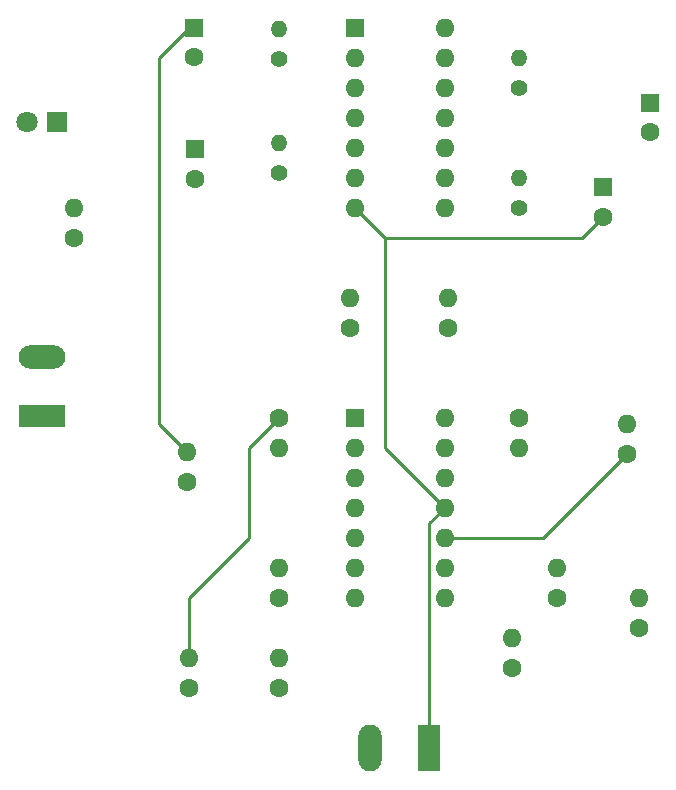
<source format=gbr>
%TF.GenerationSoftware,KiCad,Pcbnew,6.0.11+dfsg-1~bpo11+1*%
%TF.CreationDate,2023-11-18T19:09:39+01:00*%
%TF.ProjectId,lux106_001,6c757831-3036-45f3-9030-312e6b696361,rev?*%
%TF.SameCoordinates,Original*%
%TF.FileFunction,Copper,L2,Bot*%
%TF.FilePolarity,Positive*%
%FSLAX46Y46*%
G04 Gerber Fmt 4.6, Leading zero omitted, Abs format (unit mm)*
G04 Created by KiCad (PCBNEW 6.0.11+dfsg-1~bpo11+1) date 2023-11-18 19:09:39*
%MOMM*%
%LPD*%
G01*
G04 APERTURE LIST*
%TA.AperFunction,ComponentPad*%
%ADD10C,1.400000*%
%TD*%
%TA.AperFunction,ComponentPad*%
%ADD11O,1.400000X1.400000*%
%TD*%
%TA.AperFunction,ComponentPad*%
%ADD12C,1.600000*%
%TD*%
%TA.AperFunction,ComponentPad*%
%ADD13O,1.600000X1.600000*%
%TD*%
%TA.AperFunction,ComponentPad*%
%ADD14R,3.960000X1.980000*%
%TD*%
%TA.AperFunction,ComponentPad*%
%ADD15O,3.960000X1.980000*%
%TD*%
%TA.AperFunction,ComponentPad*%
%ADD16R,1.600000X1.600000*%
%TD*%
%TA.AperFunction,ComponentPad*%
%ADD17R,1.800000X1.800000*%
%TD*%
%TA.AperFunction,ComponentPad*%
%ADD18C,1.800000*%
%TD*%
%TA.AperFunction,ComponentPad*%
%ADD19R,1.980000X3.960000*%
%TD*%
%TA.AperFunction,ComponentPad*%
%ADD20O,1.980000X3.960000*%
%TD*%
%TA.AperFunction,Conductor*%
%ADD21C,0.250000*%
%TD*%
G04 APERTURE END LIST*
D10*
%TO.P,R11,1*%
%TO.N,Net-(R11-Pad1)*%
X167640000Y-66040000D03*
D11*
%TO.P,R11,2*%
%TO.N,Net-(C3-Pad1)*%
X167640000Y-63500000D03*
%TD*%
D12*
%TO.P,R1,1*%
%TO.N,Net-(R1-Pad1)*%
X139519962Y-99401221D03*
D13*
%TO.P,R1,2*%
%TO.N,Net-(C1-Pad1)*%
X139519962Y-96861221D03*
%TD*%
D14*
%TO.P,BT1,1,+*%
%TO.N,VCC*%
X127185000Y-93810000D03*
D15*
%TO.P,BT1,2,-*%
%TO.N,Earth*%
X127185000Y-88810000D03*
%TD*%
D12*
%TO.P,R9,1*%
%TO.N,Net-(R9-Pad1)*%
X176718544Y-97030000D03*
D13*
%TO.P,R9,2*%
%TO.N,Net-(C3-Pad1)*%
X176718544Y-94490000D03*
%TD*%
D12*
%TO.P,R16,1*%
%TO.N,OUT*%
X167011380Y-115128681D03*
D13*
%TO.P,R16,2*%
%TO.N,Net-(R7-Pad1)*%
X167011380Y-112588681D03*
%TD*%
D16*
%TO.P,C4,1*%
%TO.N,Net-(C4-Pad1)*%
X174690000Y-74455580D03*
D12*
%TO.P,C4,2*%
%TO.N,Earth*%
X174690000Y-76955580D03*
%TD*%
D16*
%TO.P,U1,1*%
%TO.N,Net-(C1-Pad1)*%
X153680000Y-60955000D03*
D13*
%TO.P,U1,2*%
%TO.N,Net-(R6-Pad1)*%
X153680000Y-63495000D03*
%TO.P,U1,3*%
%TO.N,unconnected-(U1-Pad3)*%
X153680000Y-66035000D03*
%TO.P,U1,4*%
%TO.N,unconnected-(U1-Pad4)*%
X153680000Y-68575000D03*
%TO.P,U1,5*%
%TO.N,Net-(C2-Pad1)*%
X153680000Y-71115000D03*
%TO.P,U1,6*%
%TO.N,Net-(R4-Pad1)*%
X153680000Y-73655000D03*
%TO.P,U1,7,VSS*%
%TO.N,Earth*%
X153680000Y-76195000D03*
%TO.P,U1,8*%
%TO.N,Net-(R12-Pad1)*%
X161300000Y-76195000D03*
%TO.P,U1,9*%
%TO.N,Net-(C4-Pad1)*%
X161300000Y-73655000D03*
%TO.P,U1,10*%
%TO.N,unconnected-(U1-Pad10)*%
X161300000Y-71115000D03*
%TO.P,U1,11*%
%TO.N,unconnected-(U1-Pad11)*%
X161300000Y-68575000D03*
%TO.P,U1,12*%
%TO.N,Net-(R11-Pad1)*%
X161300000Y-66035000D03*
%TO.P,U1,13*%
%TO.N,Net-(C3-Pad1)*%
X161300000Y-63495000D03*
%TO.P,U1,14,VDD*%
%TO.N,VCC*%
X161300000Y-60955000D03*
%TD*%
D12*
%TO.P,R3,1*%
%TO.N,Net-(R3-Pad1)*%
X153310000Y-86360000D03*
D13*
%TO.P,R3,2*%
%TO.N,Net-(C2-Pad1)*%
X153310000Y-83820000D03*
%TD*%
D16*
%TO.P,C3,1*%
%TO.N,Net-(C3-Pad1)*%
X178717500Y-67290000D03*
D12*
%TO.P,C3,2*%
%TO.N,Earth*%
X178717500Y-69790000D03*
%TD*%
D16*
%TO.P,C1,1*%
%TO.N,Net-(C1-Pad1)*%
X140092500Y-60960000D03*
D12*
%TO.P,C1,2*%
%TO.N,Earth*%
X140092500Y-63460000D03*
%TD*%
D16*
%TO.P,C2,1*%
%TO.N,Net-(C2-Pad1)*%
X140140000Y-71248015D03*
D12*
%TO.P,C2,2*%
%TO.N,Earth*%
X140140000Y-73748015D03*
%TD*%
D17*
%TO.P,D1,1,K*%
%TO.N,Net-(D1-Pad1)*%
X128460064Y-68904392D03*
D18*
%TO.P,D1,2,A*%
%TO.N,VCC*%
X125920064Y-68904392D03*
%TD*%
D12*
%TO.P,R8,1*%
%TO.N,Net-(R8-Pad1)*%
X167640000Y-93980000D03*
D13*
%TO.P,R8,2*%
%TO.N,Net-(R8-Pad2)*%
X167640000Y-96520000D03*
%TD*%
D12*
%TO.P,R13,1*%
%TO.N,Earth*%
X129900000Y-78776728D03*
D13*
%TO.P,R13,2*%
%TO.N,Net-(D1-Pad1)*%
X129900000Y-76236728D03*
%TD*%
D12*
%TO.P,R7,1*%
%TO.N,Net-(R7-Pad1)*%
X170840000Y-109220000D03*
D13*
%TO.P,R7,2*%
%TO.N,Net-(R7-Pad2)*%
X170840000Y-106680000D03*
%TD*%
D10*
%TO.P,R6,1*%
%TO.N,Net-(R6-Pad1)*%
X147320000Y-63620000D03*
D11*
%TO.P,R6,2*%
%TO.N,Net-(C1-Pad1)*%
X147320000Y-61080000D03*
%TD*%
D10*
%TO.P,R4,1*%
%TO.N,Net-(R4-Pad1)*%
X147320000Y-73220000D03*
D11*
%TO.P,R4,2*%
%TO.N,Net-(C2-Pad1)*%
X147320000Y-70680000D03*
%TD*%
D12*
%TO.P,R2,1*%
%TO.N,Net-(R2-Pad1)*%
X147320000Y-93980000D03*
D13*
%TO.P,R2,2*%
%TO.N,Net-(R2-Pad2)*%
X147320000Y-96520000D03*
%TD*%
D16*
%TO.P,U2,1*%
%TO.N,Net-(R2-Pad1)*%
X153680000Y-93975000D03*
D13*
%TO.P,U2,2,-*%
%TO.N,Net-(R2-Pad2)*%
X153680000Y-96515000D03*
%TO.P,U2,3,+*%
%TO.N,Net-(R3-Pad1)*%
X153680000Y-99055000D03*
%TO.P,U2,4,V+*%
%TO.N,VCC*%
X153680000Y-101595000D03*
%TO.P,U2,5,+*%
%TO.N,Net-(R1-Pad1)*%
X153680000Y-104135000D03*
%TO.P,U2,6,-*%
%TO.N,Net-(R5-Pad2)*%
X153680000Y-106675000D03*
%TO.P,U2,7*%
%TO.N,Net-(R5-Pad1)*%
X153680000Y-109215000D03*
%TO.P,U2,8*%
%TO.N,Net-(R7-Pad1)*%
X161300000Y-109215000D03*
%TO.P,U2,9,-*%
%TO.N,Net-(R7-Pad2)*%
X161300000Y-106675000D03*
%TO.P,U2,10,+*%
%TO.N,Net-(R9-Pad1)*%
X161300000Y-104135000D03*
%TO.P,U2,11,V-*%
%TO.N,Earth*%
X161300000Y-101595000D03*
%TO.P,U2,12,+*%
%TO.N,Net-(R10-Pad1)*%
X161300000Y-99055000D03*
%TO.P,U2,13,-*%
%TO.N,Net-(R8-Pad2)*%
X161300000Y-96515000D03*
%TO.P,U2,14*%
%TO.N,Net-(R8-Pad1)*%
X161300000Y-93975000D03*
%TD*%
D12*
%TO.P,R10,1*%
%TO.N,Net-(R10-Pad1)*%
X161620000Y-86360000D03*
D13*
%TO.P,R10,2*%
%TO.N,Net-(C4-Pad1)*%
X161620000Y-83820000D03*
%TD*%
D12*
%TO.P,R14,1*%
%TO.N,OUT*%
X139700000Y-116840000D03*
D13*
%TO.P,R14,2*%
%TO.N,Net-(R2-Pad1)*%
X139700000Y-114300000D03*
%TD*%
D10*
%TO.P,R12,1*%
%TO.N,Net-(R12-Pad1)*%
X167640000Y-76200000D03*
D11*
%TO.P,R12,2*%
%TO.N,Net-(C4-Pad1)*%
X167640000Y-73660000D03*
%TD*%
D12*
%TO.P,R15,1*%
%TO.N,OUT*%
X147320000Y-116840000D03*
D13*
%TO.P,R15,2*%
%TO.N,Net-(R5-Pad1)*%
X147320000Y-114300000D03*
%TD*%
D12*
%TO.P,R5,1*%
%TO.N,Net-(R5-Pad1)*%
X147320000Y-109220000D03*
D13*
%TO.P,R5,2*%
%TO.N,Net-(R5-Pad2)*%
X147320000Y-106680000D03*
%TD*%
D19*
%TO.P,J1,1,Pin_1*%
%TO.N,Earth*%
X160020000Y-121920000D03*
D20*
%TO.P,J1,2,Pin_2*%
%TO.N,OUT*%
X155020000Y-121920000D03*
%TD*%
D12*
%TO.P,R17,1*%
%TO.N,OUT*%
X177800000Y-111760000D03*
D13*
%TO.P,R17,2*%
%TO.N,Net-(R8-Pad1)*%
X177800000Y-109220000D03*
%TD*%
D21*
%TO.N,Net-(C1-Pad1)*%
X137160000Y-63500000D02*
X139700000Y-60960000D01*
X139700000Y-60960000D02*
X140092500Y-60960000D01*
X137160000Y-94501259D02*
X137160000Y-63500000D01*
X139519962Y-96861221D02*
X137160000Y-94501259D01*
%TO.N,Earth*%
X156225000Y-96520000D02*
X156225000Y-78740000D01*
X156225000Y-78740000D02*
X172905580Y-78740000D01*
X161300000Y-101595000D02*
X156225000Y-96520000D01*
X153680000Y-76195000D02*
X156225000Y-78740000D01*
X160020000Y-121920000D02*
X160020000Y-102875000D01*
X160020000Y-102875000D02*
X161300000Y-101595000D01*
X172905580Y-78740000D02*
X174690000Y-76955580D01*
%TO.N,Net-(R9-Pad1)*%
X176718544Y-97030000D02*
X169613544Y-104135000D01*
X169613544Y-104135000D02*
X161300000Y-104135000D01*
%TO.N,Net-(R2-Pad1)*%
X139700000Y-109220000D02*
X139700000Y-114300000D01*
X144780000Y-104140000D02*
X139700000Y-109220000D01*
X144780000Y-96520000D02*
X144780000Y-104140000D01*
X147320000Y-93980000D02*
X144780000Y-96520000D01*
%TD*%
M02*

</source>
